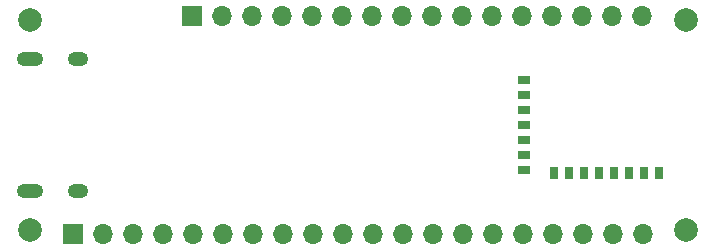
<source format=gbr>
%TF.GenerationSoftware,KiCad,Pcbnew,5.99.0-unknown-d946d6e68f~129~ubuntu20.04.1*%
%TF.CreationDate,2021-06-09T18:53:32+01:00*%
%TF.ProjectId,nRF52840-BBoard,6e524635-3238-4343-902d-42426f617264,v2*%
%TF.SameCoordinates,Original*%
%TF.FileFunction,Soldermask,Bot*%
%TF.FilePolarity,Negative*%
%FSLAX46Y46*%
G04 Gerber Fmt 4.6, Leading zero omitted, Abs format (unit mm)*
G04 Created by KiCad (PCBNEW 5.99.0-unknown-d946d6e68f~129~ubuntu20.04.1) date 2021-06-09 18:53:32*
%MOMM*%
%LPD*%
G01*
G04 APERTURE LIST*
%ADD10C,2.000000*%
%ADD11R,1.000000X0.650000*%
%ADD12R,0.650000X1.000000*%
%ADD13O,2.250000X1.250000*%
%ADD14O,1.750000X1.250000*%
%ADD15R,1.700000X1.700000*%
%ADD16O,1.700000X1.700000*%
G04 APERTURE END LIST*
D10*
%TO.C,H3*%
X132675000Y-52125000D03*
%TD*%
D11*
%TO.C,U1*%
X118912500Y-57167000D03*
X118912500Y-58437000D03*
X118912500Y-59707000D03*
X118912500Y-60977000D03*
X118912500Y-62247000D03*
X118912500Y-63517000D03*
X118912500Y-64787000D03*
D12*
X121452500Y-65041000D03*
X122722500Y-65041000D03*
X123992500Y-65041000D03*
X125262500Y-65041000D03*
X126532500Y-65041000D03*
X127802500Y-65041000D03*
X129072500Y-65041000D03*
X130342500Y-65041000D03*
%TD*%
D10*
%TO.C,H4*%
X77125000Y-69875000D03*
%TD*%
D13*
%TO.C,J2*%
X77125000Y-66550000D03*
D14*
X81125000Y-66600000D03*
X81125000Y-55424400D03*
D13*
X77125000Y-55400000D03*
%TD*%
D15*
%TO.C,J5*%
X90850000Y-51750000D03*
D16*
X93390000Y-51750000D03*
X95930000Y-51750000D03*
X98470000Y-51750000D03*
X101010000Y-51750000D03*
X103550000Y-51750000D03*
X106090000Y-51750000D03*
X108630000Y-51750000D03*
X111170000Y-51750000D03*
X113710000Y-51750000D03*
X116250000Y-51750000D03*
X118790000Y-51750000D03*
X121330000Y-51750000D03*
X123870000Y-51750000D03*
X126410000Y-51750000D03*
X128950000Y-51750000D03*
%TD*%
D15*
%TO.C,J4*%
X80750000Y-70225000D03*
D16*
X83290000Y-70225000D03*
X85830000Y-70225000D03*
X88370000Y-70225000D03*
X90910000Y-70225000D03*
X93450000Y-70225000D03*
X95990000Y-70225000D03*
X98530000Y-70225000D03*
X101070000Y-70225000D03*
X103610000Y-70225000D03*
X106150000Y-70225000D03*
X108690000Y-70225000D03*
X111230000Y-70225000D03*
X113770000Y-70225000D03*
X116310000Y-70225000D03*
X118850000Y-70225000D03*
X121390000Y-70225000D03*
X123930000Y-70225000D03*
X126470000Y-70225000D03*
X129010000Y-70225000D03*
%TD*%
D10*
%TO.C,H2*%
X77125000Y-52125000D03*
%TD*%
%TO.C,H1*%
X132675000Y-69875000D03*
%TD*%
M02*

</source>
